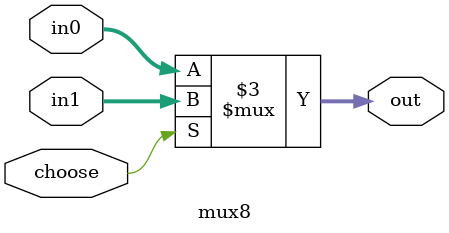
<source format=v>
module DataPtrALU (in, DPDecInc, out);
	input [7:0] in;
	input DPDecInc;
	output [7:0] out;
	
	assign out = DPDecInc? in - 8'b1: in + 8'b1;

endmodule



module DataALU (in, DDecInc, out);
	input [7:0] in;
	input DDecInc;
	output [7:0] out;
	
	assign out = DDecInc? in - 1: in + 1;

endmodule



module PCALU (in, PCDecInc, out);

	input [7:0] in;
	input PCDecInc;
	output [7:0] out;
	
	assign out = PCDecInc? in - 1: in + 1;

endmodule

module mux8(in0, in1, choose, out);
	input [7:0] in0, in1;
	input choose;
	output reg [7:0] out;

	always @(*)
	begin
		if (choose)
			out = in1;
		else
			out = in0;
	end
endmodule




</source>
